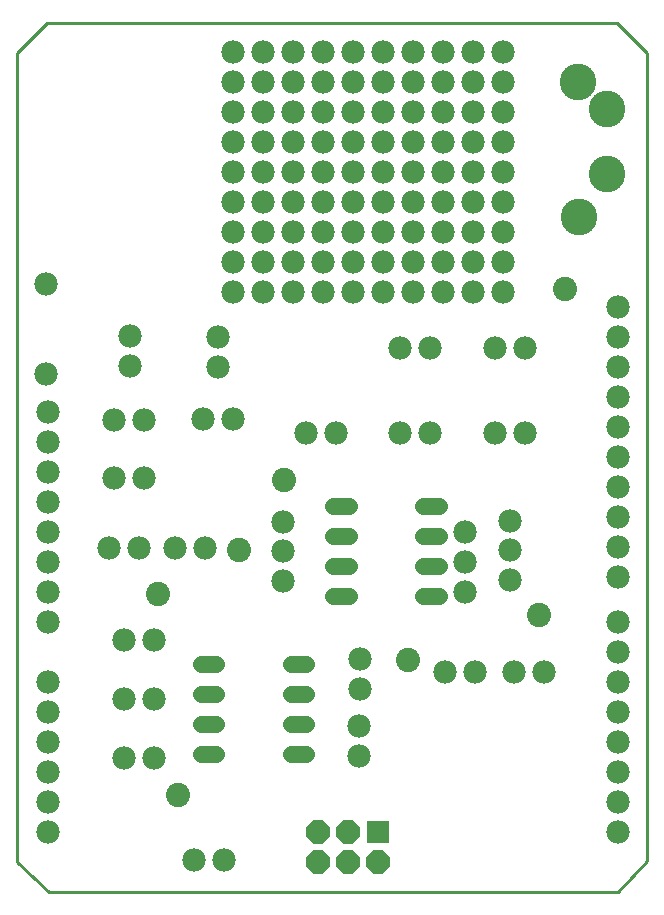
<source format=gbs>
G75*
%MOIN*%
%OFA0B0*%
%FSLAX25Y25*%
%IPPOS*%
%LPD*%
%AMOC8*
5,1,8,0,0,1.08239X$1,22.5*
%
%ADD10C,0.01000*%
%ADD11C,0.01008*%
%ADD12C,0.07800*%
%ADD13R,0.07800X0.07800*%
%ADD14OC8,0.07800*%
%ADD15C,0.05600*%
%ADD16C,0.12211*%
%ADD17C,0.08077*%
D10*
X0008544Y0028920D02*
X0018977Y0019038D01*
X0208820Y0019038D01*
X0218387Y0029117D01*
X0218387Y0029195D02*
X0218387Y0298644D01*
X0208426Y0308644D01*
X0018426Y0308644D02*
X0018387Y0308605D01*
X0008544Y0298644D01*
X0008544Y0028920D01*
D11*
X0018387Y0308605D02*
X0208544Y0308605D01*
D12*
X0170355Y0298959D03*
X0170355Y0288959D03*
X0170355Y0278959D03*
X0170355Y0268959D03*
X0170355Y0258959D03*
X0170355Y0248959D03*
X0170355Y0238959D03*
X0170355Y0228959D03*
X0170355Y0218959D03*
X0160355Y0218959D03*
X0160355Y0228959D03*
X0160355Y0238959D03*
X0160355Y0248959D03*
X0160355Y0258959D03*
X0160355Y0268959D03*
X0160355Y0278959D03*
X0160355Y0288959D03*
X0160355Y0298959D03*
X0150355Y0298959D03*
X0150355Y0288959D03*
X0150355Y0278959D03*
X0150355Y0268959D03*
X0150355Y0258959D03*
X0150355Y0248959D03*
X0150355Y0238959D03*
X0150355Y0228959D03*
X0150355Y0218959D03*
X0140355Y0218959D03*
X0140355Y0228959D03*
X0140355Y0238959D03*
X0140355Y0248959D03*
X0140355Y0258959D03*
X0140355Y0268959D03*
X0140355Y0278959D03*
X0140355Y0288959D03*
X0140355Y0298959D03*
X0130355Y0298959D03*
X0130355Y0288959D03*
X0130355Y0278959D03*
X0130355Y0268959D03*
X0130355Y0258959D03*
X0130355Y0248959D03*
X0130355Y0238959D03*
X0130355Y0228959D03*
X0130355Y0218959D03*
X0120355Y0218959D03*
X0120355Y0228959D03*
X0120355Y0238959D03*
X0120355Y0248959D03*
X0120355Y0258959D03*
X0120355Y0268959D03*
X0120355Y0278959D03*
X0120355Y0288959D03*
X0120355Y0298959D03*
X0110355Y0298959D03*
X0110355Y0288959D03*
X0110355Y0278959D03*
X0110355Y0268959D03*
X0110355Y0258959D03*
X0110355Y0248959D03*
X0110355Y0238959D03*
X0110355Y0228959D03*
X0110355Y0218959D03*
X0100355Y0218959D03*
X0100355Y0228959D03*
X0100355Y0238959D03*
X0100355Y0248959D03*
X0100355Y0258959D03*
X0100355Y0268959D03*
X0100355Y0278959D03*
X0100355Y0288959D03*
X0100355Y0298959D03*
X0090355Y0298959D03*
X0090355Y0288959D03*
X0090355Y0278959D03*
X0090355Y0268959D03*
X0090355Y0258959D03*
X0090355Y0248959D03*
X0090355Y0238959D03*
X0090355Y0228959D03*
X0090355Y0218959D03*
X0080355Y0218959D03*
X0080355Y0228959D03*
X0080355Y0238959D03*
X0080355Y0248959D03*
X0080355Y0258959D03*
X0080355Y0268959D03*
X0080355Y0278959D03*
X0080355Y0288959D03*
X0080355Y0298959D03*
X0017993Y0221439D03*
X0017993Y0191439D03*
X0018820Y0178920D03*
X0018820Y0168920D03*
X0018820Y0158920D03*
X0018820Y0148920D03*
X0018820Y0138920D03*
X0018820Y0128920D03*
X0018820Y0118920D03*
X0018820Y0108920D03*
X0018820Y0088920D03*
X0018820Y0078920D03*
X0018820Y0068920D03*
X0018820Y0058920D03*
X0018820Y0048920D03*
X0018820Y0038920D03*
X0044095Y0063526D03*
X0054095Y0063526D03*
X0054095Y0083211D03*
X0044095Y0083211D03*
X0044095Y0102896D03*
X0054095Y0102896D03*
X0049253Y0133526D03*
X0039253Y0133526D03*
X0040906Y0156794D03*
X0050906Y0156794D03*
X0050906Y0176400D03*
X0040906Y0176400D03*
X0045946Y0194156D03*
X0045946Y0204156D03*
X0070316Y0176439D03*
X0080316Y0176439D03*
X0075355Y0193880D03*
X0075355Y0203880D03*
X0104725Y0171794D03*
X0114725Y0171794D03*
X0136221Y0171794D03*
X0146221Y0171794D03*
X0167717Y0171794D03*
X0177717Y0171794D03*
X0177717Y0200140D03*
X0167717Y0200140D03*
X0146221Y0200140D03*
X0136221Y0200140D03*
X0172836Y0142739D03*
X0172836Y0132896D03*
X0172836Y0123054D03*
X0157875Y0118802D03*
X0157875Y0128802D03*
X0157875Y0138802D03*
X0161182Y0092266D03*
X0151182Y0092266D03*
X0174253Y0092424D03*
X0184253Y0092424D03*
X0208820Y0088920D03*
X0208820Y0098920D03*
X0208820Y0108920D03*
X0208820Y0123920D03*
X0208820Y0133920D03*
X0208820Y0143920D03*
X0208820Y0153920D03*
X0208820Y0163920D03*
X0208820Y0173920D03*
X0208820Y0183920D03*
X0208820Y0193920D03*
X0208820Y0203920D03*
X0208820Y0213920D03*
X0122717Y0096479D03*
X0122717Y0086479D03*
X0122324Y0074431D03*
X0122324Y0064431D03*
X0097245Y0122699D03*
X0097245Y0132542D03*
X0097245Y0142384D03*
X0071143Y0133487D03*
X0061143Y0133487D03*
X0067560Y0029471D03*
X0077560Y0029471D03*
X0208820Y0038920D03*
X0208820Y0048920D03*
X0208820Y0058920D03*
X0208820Y0068920D03*
X0208820Y0078920D03*
D13*
X0128820Y0038920D03*
D14*
X0128820Y0028920D03*
X0118820Y0028920D03*
X0118820Y0038920D03*
X0108820Y0038920D03*
X0108820Y0028920D03*
D15*
X0104884Y0065061D02*
X0099684Y0065061D01*
X0099684Y0075061D02*
X0104884Y0075061D01*
X0104884Y0085061D02*
X0099684Y0085061D01*
X0099684Y0095061D02*
X0104884Y0095061D01*
X0113936Y0117581D02*
X0119136Y0117581D01*
X0119136Y0127581D02*
X0113936Y0127581D01*
X0113936Y0137581D02*
X0119136Y0137581D01*
X0119136Y0147581D02*
X0113936Y0147581D01*
X0143936Y0147581D02*
X0149136Y0147581D01*
X0149136Y0137581D02*
X0143936Y0137581D01*
X0143936Y0127581D02*
X0149136Y0127581D01*
X0149136Y0117581D02*
X0143936Y0117581D01*
X0074884Y0095061D02*
X0069684Y0095061D01*
X0069684Y0085061D02*
X0074884Y0085061D01*
X0074884Y0075061D02*
X0069684Y0075061D01*
X0069684Y0065061D02*
X0074884Y0065061D01*
D16*
X0195613Y0243954D03*
X0205008Y0258232D03*
X0204970Y0279861D03*
X0195533Y0288955D03*
D17*
X0191143Y0219825D03*
X0182363Y0111321D03*
X0138859Y0096203D03*
X0097442Y0156124D03*
X0082442Y0132778D03*
X0055316Y0118132D03*
X0061969Y0051361D03*
M02*

</source>
